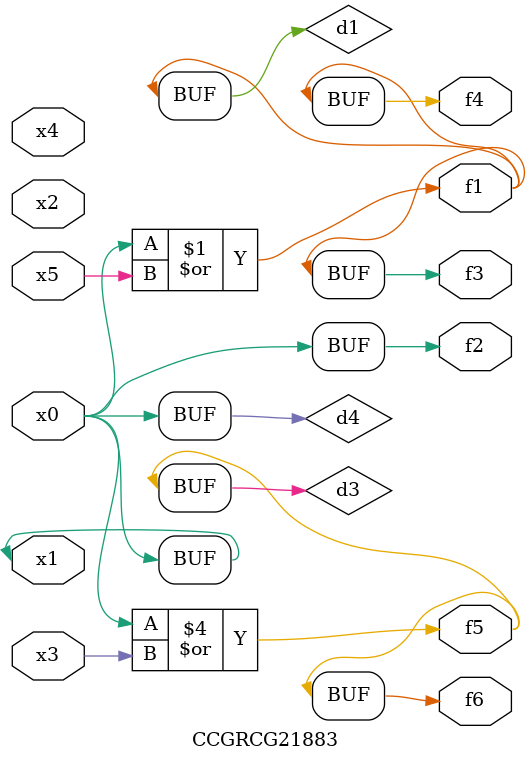
<source format=v>
module CCGRCG21883(
	input x0, x1, x2, x3, x4, x5,
	output f1, f2, f3, f4, f5, f6
);

	wire d1, d2, d3, d4;

	or (d1, x0, x5);
	xnor (d2, x1, x4);
	or (d3, x0, x3);
	buf (d4, x0, x1);
	assign f1 = d1;
	assign f2 = d4;
	assign f3 = d1;
	assign f4 = d1;
	assign f5 = d3;
	assign f6 = d3;
endmodule

</source>
